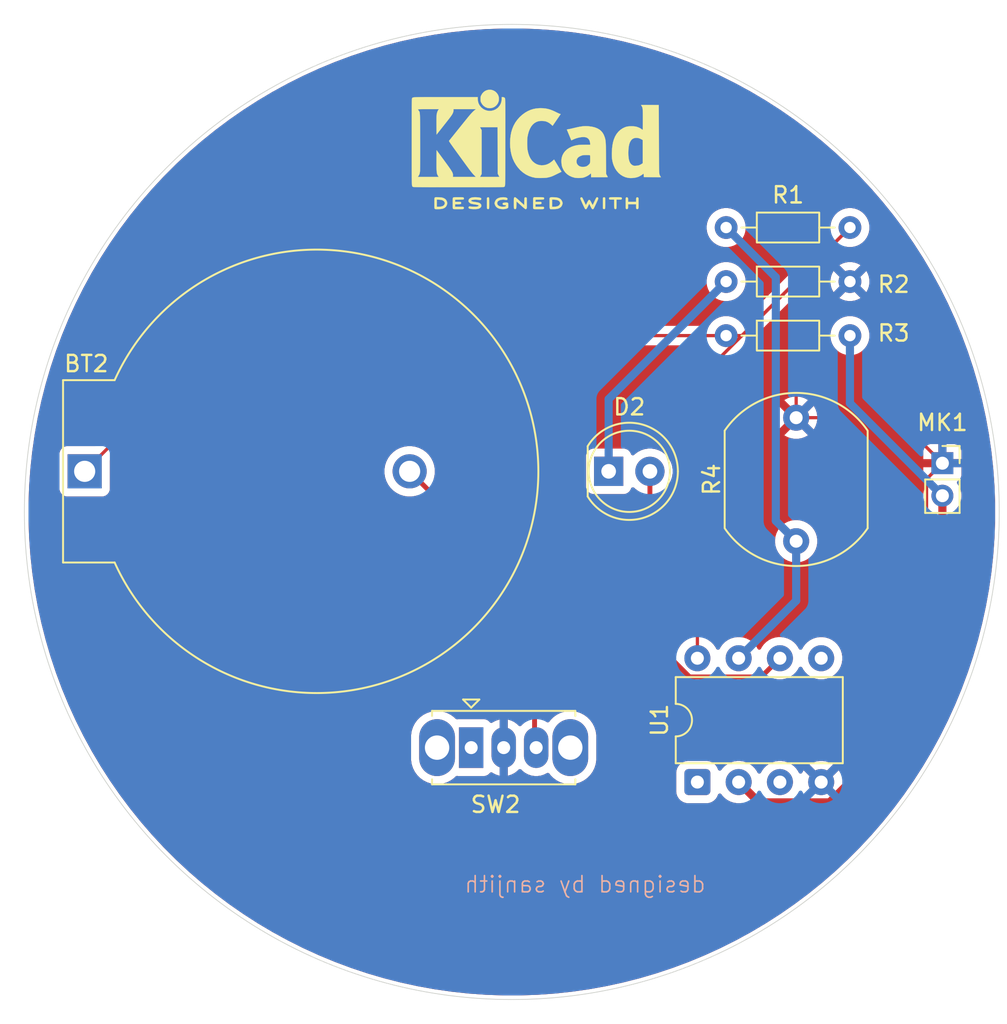
<source format=kicad_pcb>
(kicad_pcb (version 20241229) (generator "pcbnew") (generator_version "9.0")
  (layers (0 "F.Cu" signal) (2 "B.Cu" signal) (13 "F.Paste" user) (15 "B.Paste" user) (5 "F.SilkS" user "F.Silkscreen") (7 "B.SilkS" user "B.Silkscreen") (1 "F.Mask" user) (3 "B.Mask" user) (25 "Edge.Cuts" user))
  (net 0 "")
  (net 1 "+3.3V")
  (net 2 "Net-(BT2--)")
  (net 3 "Net-(D2-K)")
  (net 4 "/<NO NET>")
  (net 5 "/MIC")
  (net 6 "GND")
  (net 7 "/LDR")
  (footprint "OptoDevice:R_LDR_10x8.5mm_P7.6mm_Vertical" (layer "F.Cu") (at 177 91.8 90)
    (property "Reference" "R4" (at 3.8 -5.2 90) (layer "F.SilkS"))
    (property "Value" "5mm LDR")
    (pad "1" thru_hole circle (at 0 0 90) (size 1.6 1.6) (drill 0.8) (layers "*.Cu" "*.Mask") (net 7 "/LDR"))
    (pad "2" thru_hole circle (at 7.6 0 90) (size 1.6 1.6) (drill 0.8) (layers "*.Cu" "*.Mask") (net 6 "GND"))
  )
  (footprint "Battery:BatteryHolder_ComfortableElectronic_CH273-2450_1x2450" (layer "F.Cu") (at 133.210914 87.5)
    (property "Reference" "BT2" (at 0.1 -6.62 0) (layer "F.SilkS"))
    (property "Value" "3.3v cell")
    (pad "1" thru_hole rect (at 0 0 270) (size 2.1 2.1) (drill 1.3) (layers "*.Cu" "*.Mask") (net 1 "+3.3V"))
    (pad "2" thru_hole circle (at 20 0 270) (size 2.1 2.1) (drill 1.3) (layers "*.Cu" "*.Mask") (net 2 "Net-(BT2--)"))
  )
  (footprint "Resistor_THT:R_Axial_DIN0204_L3.6mm_D1.6mm_P7.62mm_Horizontal" (layer "F.Cu") (at 172.69 79.15)
    (property "Reference" "R3" (at 10.31 -0.15 0) (layer "F.SilkS"))
    (property "Value" "5.6K")
    (pad "1" thru_hole circle (at 0 0) (size 1.4 1.4) (drill 0.7) (layers "*.Cu" "*.Mask") (net 1 "+3.3V"))
    (pad "2" thru_hole circle (at 7.62 0) (size 1.4 1.4) (drill 0.7) (layers "*.Cu" "*.Mask") (net 5 "/MIC"))
  )
  (footprint "Symbol:KiCad-Logo2_6mm_SilkScreen" (layer "F.Cu") (at 161 67)
    (property "Reference" "REF**" (hide yes))
    (property "Value" "KiCad-Logo2_6mm_SilkScreen" (hide yes))
  )
  (footprint "Button_Switch_THT:SW_Slide_SPDT_Straight_CK_OS102011MS2Q" (layer "F.Cu") (at 157 104.5)
    (property "Reference" "SW2" (at 1.5 3.5 0) (layer "F.SilkS"))
    (property "Value" "SW_SPDT")
    (pad "" thru_hole oval (at -2.1 0) (size 2.2 3.5) (drill 1.5) (layers "*.Cu" "*.Mask"))
    (pad "" thru_hole oval (at 6.1 0) (size 2.2 3.5) (drill 1.5) (layers "*.Cu" "*.Mask"))
    (pad "1" thru_hole rect (at 0 0) (size 1.5 2.5) (drill 0.8) (layers "*.Cu" "*.Mask"))
    (pad "2" thru_hole oval (at 2 0) (size 1.5 2.5) (drill 0.8) (layers "*.Cu" "*.Mask") (net 6 "GND"))
    (pad "3" thru_hole oval (at 4 0) (size 1.5 2.5) (drill 0.8) (layers "*.Cu" "*.Mask") (net 2 "Net-(BT2--)"))
  )
  (footprint "Package_DIP:DIP-8_W7.62mm" (layer "F.Cu") (at 170.92 106.62 90)
    (property "Reference" "U1" (at 3.81 -2.33 90) (layer "F.SilkS"))
    (property "Value" "ATtiny85V-10P")
    (pad "1" thru_hole roundrect (at 0 0 90) (size 1.6 1.6) (drill 0.8) (layers "*.Cu" "*.Mask") (roundrect_rratio 0.15625))
    (pad "2" thru_hole circle (at 0 2.54 90) (size 1.6 1.6) (drill 0.8) (layers "*.Cu" "*.Mask") (net 5 "/MIC"))
    (pad "3" thru_hole circle (at 0 5.08 90) (size 1.6 1.6) (drill 0.8) (layers "*.Cu" "*.Mask"))
    (pad "4" thru_hole circle (at 0 7.62 90) (size 1.6 1.6) (drill 0.8) (layers "*.Cu" "*.Mask") (net 6 "GND"))
    (pad "5" thru_hole circle (at 7.62 7.62 90) (size 1.6 1.6) (drill 0.8) (layers "*.Cu" "*.Mask"))
    (pad "6" thru_hole circle (at 7.62 5.08 90) (size 1.6 1.6) (drill 0.8) (layers "*.Cu" "*.Mask") (net 4 "/<NO NET>"))
    (pad "7" thru_hole circle (at 7.62 2.54 90) (size 1.6 1.6) (drill 0.8) (layers "*.Cu" "*.Mask") (net 7 "/LDR"))
    (pad "8" thru_hole circle (at 7.62 0 90) (size 1.6 1.6) (drill 0.8) (layers "*.Cu" "*.Mask") (net 1 "+3.3V"))
  )
  (footprint "Resistor_THT:R_Axial_DIN0204_L3.6mm_D1.6mm_P7.62mm_Horizontal" (layer "F.Cu") (at 172.69 72.5)
    (property "Reference" "R1" (at 3.81 -2 0) (layer "F.SilkS"))
    (property "Value" "10K")
    (pad "1" thru_hole circle (at 0 0) (size 1.4 1.4) (drill 0.7) (layers "*.Cu" "*.Mask") (net 7 "/LDR"))
    (pad "2" thru_hole circle (at 7.62 0) (size 1.4 1.4) (drill 0.7) (layers "*.Cu" "*.Mask") (net 1 "+3.3V"))
  )
  (footprint "Resistor_THT:R_Axial_DIN0204_L3.6mm_D1.6mm_P7.62mm_Horizontal" (layer "F.Cu") (at 172.69 75.825)
    (property "Reference" "R2" (at 10.31 0.175 0) (layer "F.SilkS"))
    (property "Value" "470R")
    (pad "1" thru_hole circle (at 0 0) (size 1.4 1.4) (drill 0.7) (layers "*.Cu" "*.Mask") (net 3 "Net-(D2-K)"))
    (pad "2" thru_hole circle (at 7.62 0) (size 1.4 1.4) (drill 0.7) (layers "*.Cu" "*.Mask") (net 6 "GND"))
  )
  (footprint "LED_THT:LED_D5.0mm" (layer "F.Cu") (at 165.46 87.5)
    (property "Reference" "D2" (at 1.27 -3.96 0) (layer "F.SilkS"))
    (property "Value" "5mm YELLOW LED")
    (pad "1" thru_hole rect (at 0 0) (size 1.8 1.8) (drill 0.9) (layers "*.Cu" "*.Mask") (net 3 "Net-(D2-K)"))
    (pad "2" thru_hole circle (at 2.54 0) (size 1.8 1.8) (drill 0.9) (layers "*.Cu" "*.Mask") (net 4 "/<NO NET>"))
  )
  (footprint "Connector_PinSocket_2.00mm:PinSocket_1x02_P2.00mm_Vertical" (layer "F.Cu") (at 186 87)
    (property "Reference" "MK1" (at 0 -2.5 0) (layer "F.SilkS"))
    (property "Value" "Microphone_Condenser")
    (pad "1" thru_hole rect (at 0 0) (size 1.35 1.35) (drill 0.8) (layers "*.Cu" "*.Mask") (net 6 "GND"))
    (pad "2" thru_hole circle (at 0 2) (size 1.35 1.35) (drill 0.8) (layers "*.Cu" "*.Mask") (net 5 "/MIC"))
  )
  (gr_circle (center 159.5 90) (end 189.5 90) (stroke (width 0.05)) (fill no) (layer "Edge.Cuts"))
  (gr_text "designed by sanjith" (at 171.5 113.5 0) (layer "B.SilkS") (effects (font (size 1 1) (thickness 0.1)) (justify left bottom mirror)))
  (segment (start 141.560914 79.15) (end 172.69 79.15) (width 0.2) (layer "F.Cu") (net 1))
  (segment (start 133.210914 87.5) (end 141.560914 79.15) (width 0.2) (layer "F.Cu") (net 1))
  (segment (start 173.66 79.15) (end 180.31 72.5) (width 0.2) (layer "F.Cu") (net 1))
  (segment (start 170.92 81.89) (end 170.92 99) (width 0.2) (layer "F.Cu") (net 1))
  (segment (start 172.69 79.15) (end 173.66 79.15) (width 0.2) (layer "F.Cu") (net 1))
  (segment (start 180.31 72.5) (end 170.92 81.89) (width 0.2) (layer "F.Cu") (net 1))
  (segment (start 160.9 104.5) (end 160.9 95.189086) (width 0.3) (layer "F.Cu") (net 2))
  (segment (start 160.9 95.189086) (end 153.210914 87.5) (width 0.3) (layer "F.Cu") (net 2))
  (segment (start 165.46 83.055) (end 172.69 75.825) (width 0.5) (layer "B.Cu") (net 3))
  (segment (start 165.46 87.5) (end 165.46 83.055) (width 0.5) (layer "B.Cu") (net 3))
  (segment (start 176 99) (end 174.849 100.151) (width 0.3) (layer "F.Cu") (net 4))
  (segment (start 174.849 100.151) (end 170.44324 100.151) (width 0.3) (layer "F.Cu") (net 4))
  (segment (start 170.44324 100.151) (end 168 97.70776) (width 0.3) (layer "F.Cu") (net 4))
  (segment (start 168 97.70776) (end 168 87.5) (width 0.3) (layer "F.Cu") (net 4))
  (segment (start 179.058182 107.871) (end 186 100.929182) (width 0.5) (layer "F.Cu") (net 5))
  (segment (start 174.711 107.871) (end 179.058182 107.871) (width 0.5) (layer "F.Cu") (net 5))
  (segment (start 186 100.929182) (end 186 89) (width 0.5) (layer "F.Cu") (net 5))
  (segment (start 173.46 106.62) (end 174.711 107.871) (width 0.5) (layer "F.Cu") (net 5))
  (segment (start 186 89) (end 180.31 83.31) (width 0.5) (layer "B.Cu") (net 5))
  (segment (start 180.31 83.31) (end 180.31 79.15) (width 0.5) (layer "B.Cu") (net 5))
  (segment (start 185.024 100.136) (end 178.54 106.62) (width 0.2) (layer "F.Cu") (net 6))
  (segment (start 185.024 87.976) (end 185.024 100.136) (width 0.2) (layer "F.Cu") (net 6))
  (segment (start 177 84.2) (end 177 79.135) (width 0.2) (layer "F.Cu") (net 6))
  (segment (start 177 84.2) (end 183.2 84.2) (width 0.2) (layer "F.Cu") (net 6))
  (segment (start 186 87) (end 185.024 87.976) (width 0.2) (layer "F.Cu") (net 6))
  (segment (start 177 79.135) (end 180.31 75.825) (width 0.2) (layer "F.Cu") (net 6))
  (segment (start 183.2 84.2) (end 186 87) (width 0.2) (layer "F.Cu") (net 6))
  (segment (start 186 87) (end 186.5 87.5) (width 0.2) (layer "B.Cu") (net 6))
  (segment (start 175.749 90.549) (end 175.749 75.559) (width 0.5) (layer "B.Cu") (net 7))
  (segment (start 177 91.8) (end 175.749 90.549) (width 0.5) (layer "B.Cu") (net 7))
  (segment (start 175.749 75.559) (end 172.69 72.5) (width 0.5) (layer "B.Cu") (net 7))
  (segment (start 177 91.8) (end 177 95.46) (width 0.5) (layer "B.Cu") (net 7))
  (segment (start 177 95.46) (end 173.46 99) (width 0.5) (layer "B.Cu") (net 7))
  (zone (net 6) (net_name "GND") (layers "F.Cu" "B.Cu") (connect_pads (clearance 0.5)) (min_thickness 0.25) (fill yes (thermal_gap 0.5) (thermal_bridge_width 0.5))
    (polygon (pts (xy 131 77) (xy 142 63) (xy 158 58.5) (xy 180.5 64) (xy 190 81) (xy 190 101.5) (xy 179 116) (xy 162.5 121.5) (xy 143.5 118.5) (xy 129 101.5) (xy 128 81)))
  )
)
</source>
